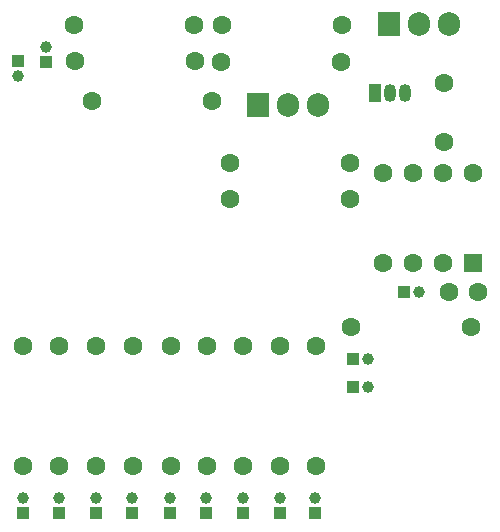
<source format=gbr>
%TF.GenerationSoftware,KiCad,Pcbnew,9.0.2*%
%TF.CreationDate,2025-07-18T12:05:27+02:00*%
%TF.ProjectId,Ligther,4c696774-6865-4722-9e6b-696361645f70,rev?*%
%TF.SameCoordinates,Original*%
%TF.FileFunction,Soldermask,Bot*%
%TF.FilePolarity,Negative*%
%FSLAX46Y46*%
G04 Gerber Fmt 4.6, Leading zero omitted, Abs format (unit mm)*
G04 Created by KiCad (PCBNEW 9.0.2) date 2025-07-18 12:05:27*
%MOMM*%
%LPD*%
G01*
G04 APERTURE LIST*
G04 Aperture macros list*
%AMRoundRect*
0 Rectangle with rounded corners*
0 $1 Rounding radius*
0 $2 $3 $4 $5 $6 $7 $8 $9 X,Y pos of 4 corners*
0 Add a 4 corners polygon primitive as box body*
4,1,4,$2,$3,$4,$5,$6,$7,$8,$9,$2,$3,0*
0 Add four circle primitives for the rounded corners*
1,1,$1+$1,$2,$3*
1,1,$1+$1,$4,$5*
1,1,$1+$1,$6,$7*
1,1,$1+$1,$8,$9*
0 Add four rect primitives between the rounded corners*
20,1,$1+$1,$2,$3,$4,$5,0*
20,1,$1+$1,$4,$5,$6,$7,0*
20,1,$1+$1,$6,$7,$8,$9,0*
20,1,$1+$1,$8,$9,$2,$3,0*%
G04 Aperture macros list end*
%ADD10C,1.600000*%
%ADD11R,1.000000X1.000000*%
%ADD12C,1.000000*%
%ADD13R,1.905000X2.000000*%
%ADD14O,1.905000X2.000000*%
%ADD15RoundRect,0.250000X0.550000X-0.550000X0.550000X0.550000X-0.550000X0.550000X-0.550000X-0.550000X0*%
%ADD16R,1.050000X1.500000*%
%ADD17O,1.050000X1.500000*%
G04 APERTURE END LIST*
D10*
%TO.C,R17*%
X109420000Y-38750000D03*
X99260000Y-38750000D03*
%TD*%
D11*
%TO.C,JP12*%
X82020000Y-38690000D03*
D12*
X82020000Y-39960000D03*
%TD*%
D10*
%TO.C,SW1*%
X86800000Y-35620000D03*
X96960000Y-35620000D03*
%TD*%
%TO.C,R7*%
X82440000Y-62840000D03*
X82440000Y-73000000D03*
%TD*%
%TO.C,R13*%
X98040000Y-62840000D03*
X98040000Y-73000000D03*
%TD*%
D11*
%TO.C,JP6*%
X94920000Y-76980000D03*
D12*
X94920000Y-75710000D03*
%TD*%
D10*
%TO.C,R15*%
X104180000Y-62840000D03*
X104180000Y-73000000D03*
%TD*%
D12*
%TO.C,JP13*%
X111670000Y-63940000D03*
D11*
X110400000Y-63940000D03*
%TD*%
%TO.C,JP1*%
X114705000Y-58250000D03*
D12*
X115975000Y-58250000D03*
%TD*%
D11*
%TO.C,JP10*%
X107200000Y-76980000D03*
D12*
X107200000Y-75710000D03*
%TD*%
D11*
%TO.C,JP14*%
X110400000Y-66300000D03*
D12*
X111670000Y-66300000D03*
%TD*%
D10*
%TO.C,R11*%
X91760000Y-62840000D03*
X91760000Y-73000000D03*
%TD*%
%TO.C,R9*%
X88650000Y-62840000D03*
X88650000Y-73000000D03*
%TD*%
%TO.C,R12*%
X94960000Y-62840000D03*
X94960000Y-73000000D03*
%TD*%
D11*
%TO.C,JP8*%
X101070000Y-76980000D03*
D12*
X101070000Y-75710000D03*
%TD*%
D11*
%TO.C,JP9*%
X104180000Y-76980000D03*
D12*
X104180000Y-75710000D03*
%TD*%
D11*
%TO.C,JP7*%
X97980000Y-76980000D03*
D12*
X97980000Y-75710000D03*
%TD*%
D11*
%TO.C,JP2*%
X82460000Y-76980000D03*
D12*
X82460000Y-75710000D03*
%TD*%
D10*
%TO.C,R16*%
X107240000Y-62840000D03*
X107240000Y-73000000D03*
%TD*%
D11*
%TO.C,JP11*%
X84440000Y-38720000D03*
D12*
X84440000Y-37450000D03*
%TD*%
D11*
%TO.C,JP4*%
X88630000Y-76980000D03*
D12*
X88630000Y-75710000D03*
%TD*%
D11*
%TO.C,JP5*%
X91700000Y-76980000D03*
D12*
X91700000Y-75710000D03*
%TD*%
D10*
%TO.C,R8*%
X85510000Y-62840000D03*
X85510000Y-73000000D03*
%TD*%
%TO.C,R14*%
X101110000Y-62840000D03*
X101110000Y-73000000D03*
%TD*%
D11*
%TO.C,JP3*%
X85500000Y-76980000D03*
D12*
X85500000Y-75710000D03*
%TD*%
D10*
%TO.C,R1*%
X86860000Y-38710000D03*
X97020000Y-38710000D03*
%TD*%
D13*
%TO.C,Q1*%
X102320000Y-42420000D03*
D14*
X104860000Y-42420000D03*
X107400000Y-42420000D03*
%TD*%
D10*
%TO.C,R2*%
X110220000Y-61160000D03*
X120380000Y-61160000D03*
%TD*%
%TO.C,R6*%
X99960000Y-50370000D03*
X110120000Y-50370000D03*
%TD*%
D15*
%TO.C,U1*%
X120580000Y-55740000D03*
D10*
X118040000Y-55740000D03*
X115500000Y-55740000D03*
X112960000Y-55740000D03*
X112960000Y-48120000D03*
X115500000Y-48120000D03*
X118040000Y-48120000D03*
X120580000Y-48120000D03*
%TD*%
%TO.C,R3*%
X109440000Y-35610000D03*
X99280000Y-35610000D03*
%TD*%
D16*
%TO.C,Q3*%
X112220000Y-41360000D03*
D17*
X113490000Y-41360000D03*
X114760000Y-41360000D03*
%TD*%
D10*
%TO.C,C1*%
X118520000Y-58270000D03*
X121020000Y-58270000D03*
%TD*%
%TO.C,C2*%
X118120000Y-45560000D03*
X118120000Y-40560000D03*
%TD*%
%TO.C,R5*%
X88280000Y-42100000D03*
X98440000Y-42100000D03*
%TD*%
D13*
%TO.C,Q2*%
X113460000Y-35570000D03*
D14*
X116000000Y-35570000D03*
X118540000Y-35570000D03*
%TD*%
D10*
%TO.C,R4*%
X99950000Y-47320000D03*
X110110000Y-47320000D03*
%TD*%
M02*

</source>
